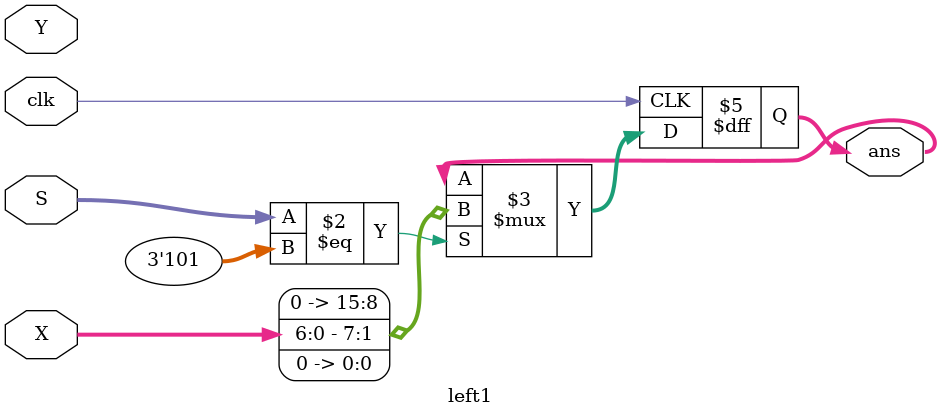
<source format=v>
module left1(
	input [7:0] X,
	input [7:0] Y,
	input [2:0] S,
	output reg[15:0] ans,
	input clk
);
always@(posedge clk)
	begin
		if(S==3'b101)
		begin
			ans<={8'b0000_0000,X[6:0],1'b0};
		end
	end
endmodule

</source>
